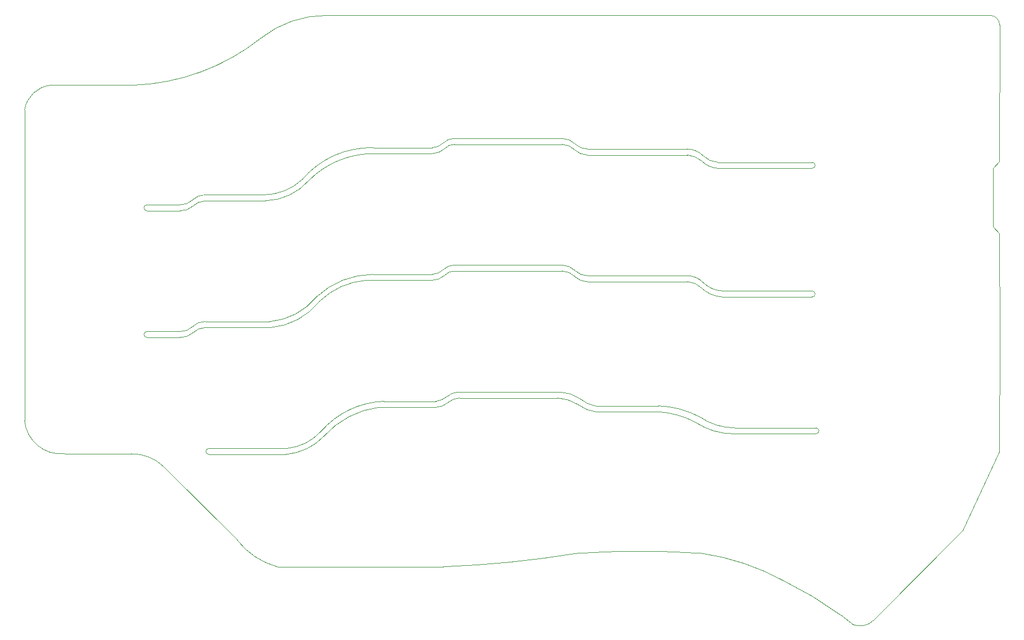
<source format=gbr>
%TF.GenerationSoftware,KiCad,Pcbnew,(6.0.0-0)*%
%TF.CreationDate,2022-11-22T13:30:15-08:00*%
%TF.ProjectId,xobdox_seeed,786f6264-6f78-45f7-9365-6565642e6b69,rev?*%
%TF.SameCoordinates,Original*%
%TF.FileFunction,Profile,NP*%
%FSLAX46Y46*%
G04 Gerber Fmt 4.6, Leading zero omitted, Abs format (unit mm)*
G04 Created by KiCad (PCBNEW (6.0.0-0)) date 2022-11-22 13:30:15*
%MOMM*%
%LPD*%
G01*
G04 APERTURE LIST*
%TA.AperFunction,Profile*%
%ADD10C,0.050000*%
%TD*%
G04 APERTURE END LIST*
D10*
X151388633Y-72976295D02*
G75*
G03*
X153190000Y-73710000I1805317J1854171D01*
G01*
X119888000Y-93470000D02*
X129840000Y-93470000D01*
X173405800Y-95961200D02*
X187000000Y-95970000D01*
X105333800Y-99695000D02*
G75*
G03*
X112400000Y-95980000I-803800J10106599D01*
G01*
X152120600Y-111328200D02*
G75*
G03*
X148971000Y-110280000I-3322269J-4726644D01*
G01*
X215210614Y-55000000D02*
X215200000Y-75600000D01*
X95657340Y-100570000D02*
G75*
G03*
X93760000Y-101420000I164366J-2909479D01*
G01*
X89501100Y-121589386D02*
X100501100Y-132589386D01*
X120751600Y-74396600D02*
X129840000Y-74400000D01*
X154457400Y-112395000D02*
X163880800Y-112369600D01*
X107940000Y-118780000D02*
G75*
G03*
X113131600Y-116179600I-721406J7922876D01*
G01*
X114000000Y-53589386D02*
X213800000Y-53589386D01*
X119888000Y-93470000D02*
G75*
G03*
X112880000Y-96630000I803328J-11132454D01*
G01*
X151388633Y-92046295D02*
G75*
G03*
X153190000Y-92780000I1805317J1854171D01*
G01*
X133140000Y-73000000D02*
G75*
G03*
X131710000Y-73650000I-7590J-1881302D01*
G01*
X95657340Y-100570000D02*
X105511600Y-100584000D01*
X215200000Y-86400000D02*
X214200000Y-85400000D01*
X86900000Y-83000000D02*
X91910000Y-83000000D01*
X107780000Y-119680000D02*
G75*
G03*
X113538000Y-116941600I-676538J8845385D01*
G01*
X153190000Y-92780000D02*
X168190000Y-92770000D01*
X120954800Y-92570000D02*
G75*
G03*
X112400000Y-95980000I35815J-12525730D01*
G01*
X172821600Y-75700000D02*
X187000000Y-75700000D01*
X187000000Y-76600000D02*
G75*
G03*
X187000000Y-75700000I0J450000D01*
G01*
X175180000Y-116580000D02*
X187560000Y-116580000D01*
X187560000Y-116580000D02*
G75*
G03*
X187560000Y-115680000I0J450000D01*
G01*
X151388633Y-72976295D02*
G75*
G03*
X149280000Y-72100000I-2030837J-1911658D01*
G01*
X133140000Y-92070000D02*
G75*
G03*
X131710000Y-92720000I-7590J-1881302D01*
G01*
X96217340Y-118780000D02*
G75*
G03*
X96217340Y-119680000I-61J-450000D01*
G01*
X106501100Y-136589386D02*
X131501100Y-136589386D01*
X154533600Y-113284000D02*
X164058600Y-113284000D01*
X215200000Y-119270000D02*
X209700000Y-131100000D01*
X95657340Y-80600000D02*
X104444800Y-80600000D01*
X151765000Y-112166400D02*
G75*
G03*
X148717000Y-111175800I-3532673J-5685231D01*
G01*
X85000000Y-64089386D02*
X72501100Y-64089386D01*
X133959600Y-111175800D02*
G75*
G03*
X132270000Y-111830000I147480J-2889857D01*
G01*
X133959600Y-111175800D02*
X148717000Y-111175800D01*
X170410000Y-75520000D02*
G75*
G03*
X168250000Y-74600000I-2543261J-2975482D01*
G01*
X214200000Y-85400000D02*
X214200000Y-76600000D01*
X151388633Y-92046295D02*
G75*
G03*
X149280000Y-91170000I-2030837J-1911658D01*
G01*
X182501100Y-138589386D02*
G75*
G03*
X170501100Y-134589386I-17364830J-32094490D01*
G01*
X96217340Y-119680000D02*
X107780000Y-119680000D01*
X215210614Y-55000000D02*
G75*
G03*
X213800000Y-53589386I-1410613J1D01*
G01*
X209700000Y-131100000D02*
X196190000Y-144691573D01*
X169392600Y-114808000D02*
G75*
G03*
X175180000Y-116580000I5827309J8695247D01*
G01*
X193200000Y-145300000D02*
X191270000Y-143850000D01*
X151270000Y-73820000D02*
G75*
G03*
X153190000Y-74610000I1924060J1948032D01*
G01*
X170410000Y-75520000D02*
G75*
G03*
X172821600Y-76606400I2591337J2532427D01*
G01*
X133140000Y-72100000D02*
X149280000Y-72100000D01*
X72501100Y-64089386D02*
G75*
G03*
X68490000Y-67870000I314820J-4352139D01*
G01*
X91910000Y-102070000D02*
G75*
G03*
X93760000Y-101420000I103080J2664311D01*
G01*
X131501100Y-136589386D02*
G75*
G03*
X151501100Y-134589386I-6007211J161072112D01*
G01*
X86900000Y-101170000D02*
X91910000Y-101170000D01*
X121843800Y-112580000D02*
G75*
G03*
X113538000Y-116941600I1644319J-13220451D01*
G01*
X95657340Y-81500000D02*
X104775000Y-81483200D01*
X133140000Y-91170000D02*
G75*
G03*
X131490000Y-91880000I22063J-2323527D01*
G01*
X170570000Y-74690000D02*
G75*
G03*
X168190000Y-73700000I-2383942J-2375285D01*
G01*
X191270000Y-143850000D02*
G75*
G03*
X182501100Y-138589386I-33298886J-45567071D01*
G01*
X133140000Y-73000000D02*
X149400000Y-73000000D01*
X170501100Y-134589386D02*
G75*
G03*
X151501100Y-134589386I-9500000J-133993069D01*
G01*
X100501100Y-132589386D02*
G75*
G03*
X106501099Y-136589386I8999998J6999996D01*
G01*
X85000000Y-64089386D02*
G75*
G03*
X104020000Y-57040000I-1281602J32641592D01*
G01*
X151270000Y-92890000D02*
G75*
G03*
X153190000Y-93680000I1924060J1948032D01*
G01*
X193200000Y-145300000D02*
G75*
G03*
X196190000Y-144691573I1035350J2563078D01*
G01*
X120980200Y-73500001D02*
G75*
G03*
X110261400Y-78308200I-340793J-13591955D01*
G01*
X187000000Y-95970000D02*
G75*
G03*
X187000000Y-95070000I0J450000D01*
G01*
X86900000Y-101170000D02*
G75*
G03*
X86900000Y-102070000I-61J-450000D01*
G01*
X172821600Y-76606400D02*
X187000000Y-76600000D01*
X89501100Y-121589387D02*
G75*
G03*
X84501100Y-119589386I-4833333J-4833329D01*
G01*
X133140000Y-91170000D02*
X149280000Y-91170000D01*
X122555000Y-111683800D02*
G75*
G03*
X113131600Y-116179600I505830J-13184079D01*
G01*
X151270000Y-92890000D02*
G75*
G03*
X149400000Y-92070000I-1906699J-1805948D01*
G01*
X95657340Y-81500000D02*
G75*
G03*
X93760000Y-82350000I164366J-2909479D01*
G01*
X170383200Y-94640400D02*
G75*
G03*
X168250000Y-93670000I-2270876J-2162121D01*
G01*
X80201100Y-119589386D02*
X84501100Y-119589386D01*
X153190000Y-73710000D02*
X168190000Y-73700000D01*
X91910000Y-83000000D02*
G75*
G03*
X93760000Y-82350000I103080J2664311D01*
G01*
X129840000Y-92570000D02*
G75*
G03*
X131490000Y-91880000I-38528J2409959D01*
G01*
X151270000Y-73820000D02*
G75*
G03*
X149400000Y-73000000I-1906699J-1805948D01*
G01*
X74501100Y-119589386D02*
X75201100Y-119589386D01*
X129840000Y-93470001D02*
G75*
G03*
X131710000Y-92720000I-45082J2818672D01*
G01*
X133140000Y-92070000D02*
X149400000Y-92070000D01*
X75201100Y-119589386D02*
X80201100Y-119589386D01*
X95657340Y-80600000D02*
G75*
G03*
X93747340Y-81390000I-48726J-2586119D01*
G01*
X91910000Y-82100000D02*
G75*
G03*
X93747340Y-81390000I95549J2485074D01*
G01*
X104775000Y-81483200D02*
G75*
G03*
X111226600Y-78486000I-225721J8928145D01*
G01*
X170570000Y-74690000D02*
G75*
G03*
X172821600Y-75700000I2417689J2375017D01*
G01*
X170570000Y-93760000D02*
G75*
G03*
X173786800Y-95072200I3076142J2942004D01*
G01*
X169392600Y-114808000D02*
G75*
G03*
X164058600Y-113284000I-6364306J-12178572D01*
G01*
X120980200Y-73500000D02*
X129840000Y-73500000D01*
X215200000Y-119270000D02*
X215210614Y-102300000D01*
X120751600Y-74396600D02*
G75*
G03*
X111226600Y-78486000I242777J-13702955D01*
G01*
X170383200Y-94640400D02*
G75*
G03*
X173405800Y-95961200I3318341J3474944D01*
G01*
X86900000Y-102070000D02*
X91910000Y-102070000D01*
X68490000Y-114589386D02*
G75*
G03*
X74501100Y-119589386I5510089J511007D01*
G01*
X129840000Y-74400001D02*
G75*
G03*
X131710000Y-73650000I-45082J2818672D01*
G01*
X152120600Y-111328200D02*
G75*
G03*
X154457400Y-112395000I3012175J3505346D01*
G01*
X121843800Y-112580000D02*
X130400000Y-112580000D01*
X104444800Y-80600001D02*
G75*
G03*
X110261400Y-78308200I10431J8500706D01*
G01*
X175360000Y-115680000D02*
X187560000Y-115680000D01*
X86900000Y-82100000D02*
G75*
G03*
X86900000Y-83000000I-61J-450000D01*
G01*
X170129200Y-114046000D02*
G75*
G03*
X163880800Y-112369600I-6757480J-12704025D01*
G01*
X129840000Y-73500000D02*
G75*
G03*
X131490000Y-72810000I-38528J2409959D01*
G01*
X151765000Y-112166400D02*
G75*
G03*
X154533600Y-113284000I3366645J4352009D01*
G01*
X95657340Y-99670000D02*
X105333800Y-99695000D01*
X153190000Y-93680000D02*
X168250000Y-93670000D01*
X114000000Y-53589386D02*
G75*
G03*
X104020000Y-57040000I-158318J-15699686D01*
G01*
X68490000Y-67870000D02*
X68490000Y-114589386D01*
X86900000Y-82100000D02*
X91910000Y-82100000D01*
X214200000Y-76600000D02*
X215200000Y-75600000D01*
X133700000Y-110280000D02*
X148971000Y-110280000D01*
X120954800Y-92570000D02*
X129840000Y-92570000D01*
X170570000Y-93760000D02*
G75*
G03*
X168190000Y-92770000I-2401781J-2418170D01*
G01*
X91910000Y-101170000D02*
G75*
G03*
X93747340Y-100460000I95549J2485074D01*
G01*
X133700000Y-110280000D02*
G75*
G03*
X132050000Y-110990000I294891J-2957563D01*
G01*
X95657340Y-99670000D02*
G75*
G03*
X93747340Y-100460000I-48726J-2586119D01*
G01*
X153190000Y-74610000D02*
X168250000Y-74600000D01*
X133140000Y-72100000D02*
G75*
G03*
X131490000Y-72810000I22063J-2323527D01*
G01*
X170129200Y-114046000D02*
G75*
G03*
X175360000Y-115680000I5217200J7511946D01*
G01*
X130400000Y-111680000D02*
G75*
G03*
X132050000Y-110990000I-411422J3301661D01*
G01*
X173786800Y-95072200D02*
X187000000Y-95070000D01*
X215210614Y-102300000D02*
X215200000Y-86400000D01*
X122555000Y-111683800D02*
X130400000Y-111680000D01*
X130400000Y-112580001D02*
G75*
G03*
X132270000Y-111830000I-45082J2818672D01*
G01*
X96217340Y-118780000D02*
X107940000Y-118780000D01*
X105511600Y-100584000D02*
G75*
G03*
X112880000Y-96630000I-879470J10481539D01*
G01*
M02*

</source>
